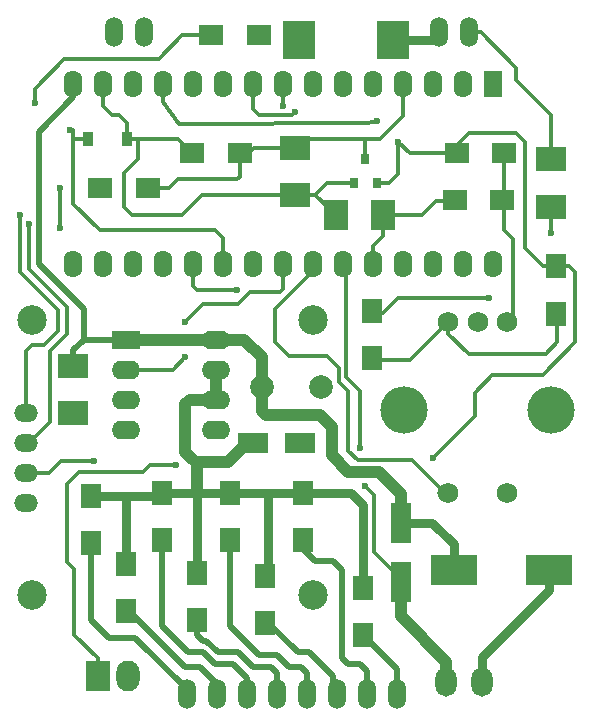
<source format=gbr>
G04 #@! TF.FileFunction,Copper,L1,Top,Signal*
%FSLAX46Y46*%
G04 Gerber Fmt 4.6, Leading zero omitted, Abs format (unit mm)*
G04 Created by KiCad (PCBNEW 4.0.4-stable) date 01/17/18 19:17:24*
%MOMM*%
%LPD*%
G01*
G04 APERTURE LIST*
%ADD10C,0.100000*%
%ADD11R,1.574800X2.286000*%
%ADD12O,1.574800X2.286000*%
%ADD13O,2.000000X1.524000*%
%ADD14C,2.500000*%
%ADD15C,2.000000*%
%ADD16R,2.400000X1.600000*%
%ADD17O,2.400000X1.600000*%
%ADD18O,1.520000X2.520000*%
%ADD19R,1.700000X2.000000*%
%ADD20R,2.500000X2.000000*%
%ADD21R,1.800000X3.500000*%
%ADD22R,2.000000X2.500000*%
%ADD23R,4.000000X2.500000*%
%ADD24R,0.800000X0.900000*%
%ADD25R,2.000000X2.600000*%
%ADD26O,2.000000X2.600000*%
%ADD27R,2.700000X3.200000*%
%ADD28R,2.000000X1.700000*%
%ADD29C,1.750000*%
%ADD30O,4.000000X4.000000*%
%ADD31R,0.900000X1.200000*%
%ADD32O,1.800000X2.500000*%
%ADD33R,2.500000X1.800000*%
%ADD34C,0.600000*%
%ADD35C,0.500000*%
%ADD36C,0.750000*%
%ADD37C,1.000000*%
%ADD38C,0.350000*%
%ADD39C,0.250000*%
G04 APERTURE END LIST*
D10*
D11*
X112050000Y-76380000D03*
D12*
X109510000Y-76380000D03*
X106970000Y-76380000D03*
X104430000Y-76380000D03*
X101890000Y-76380000D03*
X99350000Y-76380000D03*
X96810000Y-76380000D03*
X94270000Y-76380000D03*
X91730000Y-76380000D03*
X89190000Y-76380000D03*
X86650000Y-76380000D03*
X84110000Y-76380000D03*
X81570000Y-76380000D03*
X79030000Y-76380000D03*
X76490000Y-76380000D03*
X76490000Y-91620000D03*
X79030000Y-91620000D03*
X81570000Y-91620000D03*
X84110000Y-91620000D03*
X86650000Y-91620000D03*
X89190000Y-91620000D03*
X91730000Y-91620000D03*
X94270000Y-91620000D03*
X96810000Y-91620000D03*
X99350000Y-91620000D03*
X101890000Y-91620000D03*
X104430000Y-91620000D03*
X106970000Y-91620000D03*
X109510000Y-91620000D03*
X112050000Y-91620000D03*
D13*
X72500000Y-111810000D03*
X72500000Y-109270000D03*
X72500000Y-106730000D03*
X72500000Y-104190000D03*
D14*
X96800000Y-119650000D03*
X73000000Y-119650000D03*
X73000000Y-96350000D03*
X96800000Y-96350000D03*
D15*
X92450000Y-102000000D03*
X97450000Y-102000000D03*
D16*
X81000000Y-98000000D03*
D17*
X88620000Y-105620000D03*
X81000000Y-100540000D03*
X88620000Y-103080000D03*
X81000000Y-103080000D03*
X88620000Y-100540000D03*
X81000000Y-105620000D03*
X88620000Y-98000000D03*
D18*
X80000000Y-72000000D03*
X82540000Y-72000000D03*
X110000000Y-72000000D03*
X107460000Y-72000000D03*
D19*
X78000000Y-115250000D03*
X78000000Y-111250000D03*
X81000000Y-121000000D03*
X81000000Y-117000000D03*
X84000000Y-115000000D03*
X84000000Y-111000000D03*
X87000000Y-121750000D03*
X87000000Y-117750000D03*
X89750000Y-115000000D03*
X89750000Y-111000000D03*
X92750000Y-122000000D03*
X92750000Y-118000000D03*
X96000000Y-115000000D03*
X96000000Y-111000000D03*
X101000000Y-123000000D03*
X101000000Y-119000000D03*
D18*
X86100000Y-128000000D03*
X88640000Y-128000000D03*
X91180000Y-128000000D03*
X93720000Y-128000000D03*
X96260000Y-128000000D03*
X98800000Y-128000000D03*
X101340000Y-128000000D03*
X103880000Y-128000000D03*
D20*
X76500000Y-100250000D03*
X76500000Y-104250000D03*
D21*
X104250000Y-113500000D03*
X104250000Y-118500000D03*
D20*
X117000000Y-86750000D03*
X117000000Y-82750000D03*
D22*
X102750000Y-87500000D03*
X98750000Y-87500000D03*
D23*
X108750000Y-117500000D03*
X116750000Y-117500000D03*
D20*
X95250000Y-85750000D03*
X95250000Y-81750000D03*
D24*
X100300000Y-84750000D03*
X102200000Y-84750000D03*
X101250000Y-82750000D03*
D25*
X78600000Y-126500000D03*
D26*
X81140000Y-126500000D03*
D27*
X103550000Y-72600000D03*
X95650000Y-72600000D03*
D28*
X92200000Y-72200000D03*
X88200000Y-72200000D03*
X86600000Y-82200000D03*
X90600000Y-82200000D03*
X82800000Y-85200000D03*
X78800000Y-85200000D03*
X109000000Y-82200000D03*
X113000000Y-82200000D03*
X108800000Y-86200000D03*
X112800000Y-86200000D03*
D19*
X101800000Y-95600000D03*
X101800000Y-99600000D03*
X117400000Y-95800000D03*
X117400000Y-91800000D03*
D29*
X113250000Y-96500000D03*
X108250000Y-96500000D03*
X110750000Y-96500000D03*
X108250000Y-111000000D03*
X113250000Y-111000000D03*
D30*
X104550000Y-104000000D03*
X116950000Y-104000000D03*
D31*
X77750000Y-81000000D03*
X81050000Y-81000000D03*
D32*
X111100000Y-127000000D03*
X108100000Y-127000000D03*
D33*
X91700000Y-106750000D03*
X95700000Y-106750000D03*
D34*
X95700000Y-106750000D03*
X96600000Y-106800000D03*
X95000000Y-73600000D03*
X96000000Y-73600000D03*
X96000000Y-72600000D03*
X95000000Y-72600000D03*
X77250000Y-104250000D03*
X75750000Y-104250000D03*
X78800000Y-85200000D03*
X75400000Y-85200000D03*
X75400000Y-88600000D03*
X101200000Y-110400000D03*
X85200000Y-108600000D03*
X100800000Y-107200000D03*
X104000000Y-81250000D03*
X102250000Y-79500000D03*
X78250000Y-108250000D03*
X107000000Y-108000000D03*
X86000000Y-96500000D03*
X86000000Y-99500000D03*
X73250000Y-78000000D03*
X76250000Y-80250000D03*
X103750000Y-72600000D03*
X92400000Y-72200000D03*
X72750000Y-88250000D03*
X95250000Y-78750000D03*
X94250000Y-78250000D03*
X72000000Y-87500000D03*
X101800000Y-95400000D03*
X90400000Y-93800000D03*
X111750000Y-94500000D03*
X117000000Y-89000000D03*
D35*
X77400000Y-98000000D02*
X77400000Y-95400000D01*
X73600000Y-80400000D02*
X76490000Y-77510000D01*
X73600000Y-91600000D02*
X73600000Y-80400000D01*
X77400000Y-95400000D02*
X73600000Y-91600000D01*
X76490000Y-77510000D02*
X76490000Y-76380000D01*
X81000000Y-98000000D02*
X77400000Y-98000000D01*
X76500000Y-98900000D02*
X76500000Y-100250000D01*
X77400000Y-98000000D02*
X76500000Y-98900000D01*
D36*
X108750000Y-117500000D02*
X108750000Y-115350000D01*
X106900000Y-113500000D02*
X104250000Y-113500000D01*
X108750000Y-115350000D02*
X106900000Y-113500000D01*
D37*
X104250000Y-113500000D02*
X104250000Y-111050000D01*
X92450000Y-104050000D02*
X92450000Y-102000000D01*
X92800000Y-104400000D02*
X92450000Y-104050000D01*
X97400000Y-104400000D02*
X92800000Y-104400000D01*
X98400000Y-105400000D02*
X97400000Y-104400000D01*
X98400000Y-107800000D02*
X98400000Y-105400000D01*
X99800000Y-109200000D02*
X98400000Y-107800000D01*
X102400000Y-109200000D02*
X99800000Y-109200000D01*
X104250000Y-111050000D02*
X102400000Y-109200000D01*
X88620000Y-98000000D02*
X91000000Y-98000000D01*
X91000000Y-98000000D02*
X92450000Y-99450000D01*
X92450000Y-99450000D02*
X92450000Y-102000000D01*
D35*
X76490000Y-76380000D02*
X76490000Y-77010000D01*
D37*
X104500000Y-113250000D02*
X104250000Y-113500000D01*
X88620000Y-98000000D02*
X81000000Y-98000000D01*
D36*
X116750000Y-117500000D02*
X116750000Y-119250000D01*
X111100000Y-124900000D02*
X111100000Y-126600000D01*
X116750000Y-119250000D02*
X111100000Y-124900000D01*
D38*
X96550000Y-106750000D02*
X95700000Y-106750000D01*
X96600000Y-106800000D02*
X96550000Y-106750000D01*
X81050000Y-81000000D02*
X82000000Y-81000000D01*
X79030000Y-76380000D02*
X79030000Y-78230000D01*
X81050000Y-79650000D02*
X81050000Y-81000000D01*
X80400000Y-79000000D02*
X81050000Y-79650000D01*
X79800000Y-79000000D02*
X80400000Y-79000000D01*
X79030000Y-78230000D02*
X79800000Y-79000000D01*
X95250000Y-85750000D02*
X87450000Y-85750000D01*
X87450000Y-85750000D02*
X85700000Y-87500000D01*
X85700000Y-87500000D02*
X81500000Y-87500000D01*
X81500000Y-87500000D02*
X80800000Y-86800000D01*
X80800000Y-86800000D02*
X80800000Y-83900000D01*
X80800000Y-83900000D02*
X82000000Y-82700000D01*
X82000000Y-82700000D02*
X82000000Y-81000000D01*
X82000000Y-81000000D02*
X85400000Y-81000000D01*
X85400000Y-81000000D02*
X86600000Y-82200000D01*
D39*
X95000000Y-73600000D02*
X95950000Y-72600000D01*
X95950000Y-72600000D02*
X96000000Y-72600000D01*
X96000000Y-73600000D02*
X96050000Y-73550000D01*
X95000000Y-72600000D02*
X96000000Y-72600000D01*
D38*
X84000000Y-91510000D02*
X84110000Y-91620000D01*
X97000000Y-85750000D02*
X97500000Y-85250000D01*
X98000000Y-84750000D02*
X100300000Y-84750000D01*
X97500000Y-85250000D02*
X98000000Y-84750000D01*
X95250000Y-85750000D02*
X97000000Y-85750000D01*
X97000000Y-85750000D02*
X98750000Y-87500000D01*
X117000000Y-82750000D02*
X117000000Y-79000000D01*
X111000000Y-72000000D02*
X110000000Y-72000000D01*
X114000000Y-75000000D02*
X111000000Y-72000000D01*
X114000000Y-76000000D02*
X114000000Y-75000000D01*
X117000000Y-79000000D02*
X114000000Y-76000000D01*
D37*
X77250000Y-104250000D02*
X77200000Y-104200000D01*
X77200000Y-104200000D02*
X77050000Y-104200000D01*
D38*
X81000000Y-105620000D02*
X80880000Y-105620000D01*
X104250000Y-118500000D02*
X104250000Y-118250000D01*
X104250000Y-118250000D02*
X102000000Y-116000000D01*
X75400000Y-88600000D02*
X75400000Y-85200000D01*
X102000000Y-111200000D02*
X101200000Y-110400000D01*
X102000000Y-116000000D02*
X102000000Y-111200000D01*
D37*
X108100000Y-126600000D02*
X108100000Y-125300000D01*
X104250000Y-121450000D02*
X104250000Y-118500000D01*
X108100000Y-125300000D02*
X104250000Y-121450000D01*
D38*
X102750000Y-87500000D02*
X106000000Y-87500000D01*
X106000000Y-87500000D02*
X107250000Y-86250000D01*
X102750000Y-87500000D02*
X102750000Y-89250000D01*
X101890000Y-90110000D02*
X101890000Y-91620000D01*
X102750000Y-89250000D02*
X101890000Y-90110000D01*
X107250000Y-86250000D02*
X109000000Y-86250000D01*
X100800000Y-102400000D02*
X99600000Y-101200000D01*
X78600000Y-126000000D02*
X78600000Y-125000000D01*
X78600000Y-125000000D02*
X76600000Y-123000000D01*
X76600000Y-123000000D02*
X76600000Y-117400000D01*
X76600000Y-117400000D02*
X76000000Y-116800000D01*
X76000000Y-116800000D02*
X76000000Y-110200000D01*
X76000000Y-110200000D02*
X77000000Y-109200000D01*
X77000000Y-109200000D02*
X82400000Y-109200000D01*
X82400000Y-109200000D02*
X83000000Y-108600000D01*
X83000000Y-108600000D02*
X85200000Y-108600000D01*
X100800000Y-107200000D02*
X100800000Y-102400000D01*
X99600000Y-101200000D02*
X99600000Y-91870000D01*
X99600000Y-91870000D02*
X99350000Y-91620000D01*
X108250000Y-111000000D02*
X108000000Y-111000000D01*
X108000000Y-111000000D02*
X105200000Y-108200000D01*
X93600000Y-95400000D02*
X96810000Y-92190000D01*
X93600000Y-98200000D02*
X93600000Y-95400000D01*
X94800000Y-99400000D02*
X93600000Y-98200000D01*
X98000000Y-99400000D02*
X94800000Y-99400000D01*
X99000000Y-100400000D02*
X98000000Y-99400000D01*
X99000000Y-101600000D02*
X99000000Y-100400000D01*
X99800000Y-102400000D02*
X99000000Y-101600000D01*
X99800000Y-107400000D02*
X99800000Y-102400000D01*
X100600000Y-108200000D02*
X99800000Y-107400000D01*
X105200000Y-108200000D02*
X100600000Y-108200000D01*
X96810000Y-92190000D02*
X96810000Y-91620000D01*
X96810000Y-91620000D02*
X96810000Y-92190000D01*
X107500000Y-111000000D02*
X108250000Y-111000000D01*
X109000000Y-82250000D02*
X109000000Y-81500000D01*
X109000000Y-81500000D02*
X110000000Y-80500000D01*
X110000000Y-80500000D02*
X114000000Y-80500000D01*
X109000000Y-82250000D02*
X105000000Y-82250000D01*
X105000000Y-82250000D02*
X104000000Y-81250000D01*
X104000000Y-84000000D02*
X104000000Y-81250000D01*
X114000000Y-80500000D02*
X114750000Y-81250000D01*
X103250000Y-84750000D02*
X104000000Y-84000000D01*
X114750000Y-81250000D02*
X114750000Y-90250000D01*
X114750000Y-90250000D02*
X116250000Y-91750000D01*
X102250000Y-79500000D02*
X101500559Y-79706757D01*
X101500559Y-79706757D02*
X85500000Y-79750000D01*
X85500000Y-79750000D02*
X84110000Y-77860000D01*
X84110000Y-77860000D02*
X84110000Y-76380000D01*
X84110000Y-76380000D02*
X84110000Y-75610000D01*
X117500000Y-91750000D02*
X118500000Y-91750000D01*
X74480000Y-109270000D02*
X72500000Y-109270000D01*
X75500000Y-108250000D02*
X74480000Y-109270000D01*
X78250000Y-108250000D02*
X75500000Y-108250000D01*
X110500000Y-104500000D02*
X107000000Y-108000000D01*
X110500000Y-102500000D02*
X110500000Y-104500000D01*
X112000000Y-101000000D02*
X110500000Y-102500000D01*
X116250000Y-101000000D02*
X112000000Y-101000000D01*
X119000000Y-98250000D02*
X116250000Y-101000000D01*
X119000000Y-92250000D02*
X119000000Y-98250000D01*
X118500000Y-91750000D02*
X119000000Y-92250000D01*
X116250000Y-91750000D02*
X117500000Y-91750000D01*
X102200000Y-84750000D02*
X103250000Y-84750000D01*
D35*
X78000000Y-115250000D02*
X78000000Y-121750000D01*
X81750000Y-123250000D02*
X86100000Y-127600000D01*
X79500000Y-123250000D02*
X81750000Y-123250000D01*
X78000000Y-121750000D02*
X79500000Y-123250000D01*
X86100000Y-127600000D02*
X86100000Y-128000000D01*
X86100000Y-128000000D02*
X86100000Y-127600000D01*
X81000000Y-121000000D02*
X81250000Y-121000000D01*
X81250000Y-121000000D02*
X86000000Y-125750000D01*
X86000000Y-125750000D02*
X87250000Y-125750000D01*
X87250000Y-125750000D02*
X88640000Y-127140000D01*
X88640000Y-127140000D02*
X88640000Y-128000000D01*
X88640000Y-127140000D02*
X88640000Y-128000000D01*
X84000000Y-115000000D02*
X84000000Y-122250000D01*
X91180000Y-126680000D02*
X91180000Y-128000000D01*
X90000000Y-125500000D02*
X91180000Y-126680000D01*
X88500000Y-125500000D02*
X90000000Y-125500000D01*
X87500000Y-124500000D02*
X88500000Y-125500000D01*
X86250000Y-124500000D02*
X87500000Y-124500000D01*
X84000000Y-122250000D02*
X86250000Y-124500000D01*
X91180000Y-128000000D02*
X91180000Y-127180000D01*
X87000000Y-121750000D02*
X87000000Y-123000000D01*
X93720000Y-126220000D02*
X93720000Y-128000000D01*
X93250000Y-125750000D02*
X93720000Y-126220000D01*
X91750000Y-125750000D02*
X93250000Y-125750000D01*
X90500000Y-124500000D02*
X91750000Y-125750000D01*
X88750000Y-124500000D02*
X90500000Y-124500000D01*
X87750000Y-123500000D02*
X88750000Y-124500000D01*
X87500000Y-123500000D02*
X87750000Y-123500000D01*
X87000000Y-123000000D02*
X87500000Y-123500000D01*
X89750000Y-115000000D02*
X89750000Y-122250000D01*
X96260000Y-126249952D02*
X96260000Y-128000000D01*
X95760048Y-125750000D02*
X96260000Y-126249952D01*
X94750000Y-125750000D02*
X95760048Y-125750000D01*
X93750000Y-124750000D02*
X94750000Y-125750000D01*
X92250000Y-124750000D02*
X93750000Y-124750000D01*
X89750000Y-122250000D02*
X92250000Y-124750000D01*
X96260000Y-128000000D02*
X96260000Y-127260000D01*
X92750000Y-122000000D02*
X93000000Y-122000000D01*
X93000000Y-122000000D02*
X95500000Y-124500000D01*
X95500000Y-124500000D02*
X96500000Y-124500000D01*
X96500000Y-124500000D02*
X97750000Y-125750000D01*
X97750000Y-125750000D02*
X98500000Y-126500000D01*
X98500000Y-126500000D02*
X98500000Y-127700000D01*
X98500000Y-127700000D02*
X98800000Y-128000000D01*
X98800000Y-127800000D02*
X98800000Y-128000000D01*
X96000000Y-115000000D02*
X96000000Y-115750000D01*
X96000000Y-115750000D02*
X97000000Y-116750000D01*
X97000000Y-116750000D02*
X98500000Y-116750000D01*
X98500000Y-116750000D02*
X99250000Y-117500000D01*
X99250000Y-117500000D02*
X99250000Y-125000000D01*
X99250000Y-125000000D02*
X99750000Y-125500000D01*
X99750000Y-125500000D02*
X100750000Y-125500000D01*
X100750000Y-125500000D02*
X101340000Y-126090000D01*
X101340000Y-126090000D02*
X101340000Y-128000000D01*
X101340000Y-128000000D02*
X101340000Y-126840000D01*
X103880000Y-128000000D02*
X103880000Y-125880000D01*
X103880000Y-125880000D02*
X101000000Y-123000000D01*
D38*
X81000000Y-100540000D02*
X84960000Y-100540000D01*
X94270000Y-93730000D02*
X94270000Y-91620000D01*
X94000000Y-94000000D02*
X94270000Y-93730000D01*
X91500000Y-94000000D02*
X94000000Y-94000000D01*
X90500000Y-95000000D02*
X91500000Y-94000000D01*
X87500000Y-95000000D02*
X90500000Y-95000000D01*
X86000000Y-96500000D02*
X87500000Y-95000000D01*
X84960000Y-100540000D02*
X86000000Y-99500000D01*
D37*
X91700000Y-106750000D02*
X91250000Y-106750000D01*
X91250000Y-106750000D02*
X89600000Y-108400000D01*
X89600000Y-108400000D02*
X86900000Y-108400000D01*
D36*
X93000000Y-111000000D02*
X93000000Y-117750000D01*
X93000000Y-117750000D02*
X92750000Y-118000000D01*
X89750000Y-111000000D02*
X93000000Y-111000000D01*
X93000000Y-111000000D02*
X96000000Y-111000000D01*
X87000000Y-117750000D02*
X87000000Y-111000000D01*
D37*
X86500000Y-108000000D02*
X86900000Y-108400000D01*
X86900000Y-108400000D02*
X87000000Y-108500000D01*
X87000000Y-108500000D02*
X87000000Y-111000000D01*
D36*
X96000000Y-111000000D02*
X100000000Y-111000000D01*
X100000000Y-111000000D02*
X101000000Y-112000000D01*
X101000000Y-112000000D02*
X101000000Y-119000000D01*
X87000000Y-111000000D02*
X87000000Y-111250000D01*
X87000000Y-111250000D02*
X87000000Y-111000000D01*
X81000000Y-117000000D02*
X81000000Y-111250000D01*
X89750000Y-111000000D02*
X87000000Y-111000000D01*
X87000000Y-111000000D02*
X84000000Y-111000000D01*
X84000000Y-111000000D02*
X83750000Y-111250000D01*
X83750000Y-111250000D02*
X81000000Y-111250000D01*
X81000000Y-111250000D02*
X78000000Y-111250000D01*
X78250000Y-111000000D02*
X78000000Y-111250000D01*
D37*
X88620000Y-103080000D02*
X86420000Y-103080000D01*
X86500000Y-108000000D02*
X86500000Y-108000000D01*
X86000000Y-107500000D02*
X86500000Y-108000000D01*
X86000000Y-103500000D02*
X86000000Y-107500000D01*
X86420000Y-103080000D02*
X86000000Y-103500000D01*
X88620000Y-100540000D02*
X88620000Y-103080000D01*
X88620000Y-103080000D02*
X88540000Y-103000000D01*
D38*
X77750000Y-81000000D02*
X76500000Y-81000000D01*
X76500000Y-81000000D02*
X76600000Y-81000000D01*
X76600000Y-81000000D02*
X76500000Y-81000000D01*
X88250000Y-72250000D02*
X85750000Y-72250000D01*
X85750000Y-72250000D02*
X83750000Y-74250000D01*
X83750000Y-74250000D02*
X75750000Y-74250000D01*
X75750000Y-74250000D02*
X73250000Y-76750000D01*
X73250000Y-76750000D02*
X73250000Y-78000000D01*
X76500000Y-80250000D02*
X76500000Y-81000000D01*
X76500000Y-81000000D02*
X76500000Y-86500000D01*
X89190000Y-89440000D02*
X89190000Y-91620000D01*
X88500000Y-88750000D02*
X89190000Y-89440000D01*
X78750000Y-88750000D02*
X88500000Y-88750000D01*
X76500000Y-86500000D02*
X78750000Y-88750000D01*
X76250000Y-80250000D02*
X76500000Y-80250000D01*
D36*
X106860000Y-72600000D02*
X103750000Y-72600000D01*
D38*
X92400000Y-72200000D02*
X92350000Y-72250000D01*
X92350000Y-72250000D02*
X92250000Y-72250000D01*
X92600000Y-72600000D02*
X92250000Y-72250000D01*
X92250000Y-72250000D02*
X92500000Y-72250000D01*
D36*
X106860000Y-72600000D02*
X107460000Y-72000000D01*
D38*
X107210000Y-72250000D02*
X107460000Y-72000000D01*
X72500000Y-106730000D02*
X72770000Y-106730000D01*
X72770000Y-106730000D02*
X74500000Y-105000000D01*
X74500000Y-105000000D02*
X74500000Y-99000000D01*
X74500000Y-99000000D02*
X76000000Y-97500000D01*
X76000000Y-97500000D02*
X76000000Y-95250000D01*
X76000000Y-95250000D02*
X72750000Y-92000000D01*
X72750000Y-92000000D02*
X72750000Y-88250000D01*
X95250000Y-78750000D02*
X95000000Y-79000000D01*
X95000000Y-79000000D02*
X92250000Y-79000000D01*
X92250000Y-79000000D02*
X91730000Y-78480000D01*
X91730000Y-78480000D02*
X91730000Y-76380000D01*
X72500000Y-104190000D02*
X72500000Y-99000000D01*
X94270000Y-78230000D02*
X94270000Y-76380000D01*
X94250000Y-78250000D02*
X94270000Y-78230000D01*
X72000000Y-92250000D02*
X72000000Y-87500000D01*
X75250000Y-95500000D02*
X72000000Y-92250000D01*
X75250000Y-97250000D02*
X75250000Y-95500000D01*
X74000000Y-98500000D02*
X75250000Y-97250000D01*
X73000000Y-98500000D02*
X74000000Y-98500000D01*
X72500000Y-99000000D02*
X73000000Y-98500000D01*
X112000000Y-91670000D02*
X112050000Y-91620000D01*
X113750000Y-89500000D02*
X113750000Y-96000000D01*
X113750000Y-96000000D02*
X113250000Y-96500000D01*
X113000000Y-88750000D02*
X113750000Y-89500000D01*
X113000000Y-86250000D02*
X113000000Y-82250000D01*
X113000000Y-86250000D02*
X113000000Y-88750000D01*
X110000000Y-99250000D02*
X108250000Y-97500000D01*
X116500000Y-99250000D02*
X110000000Y-99250000D01*
X108250000Y-97500000D02*
X108250000Y-96500000D01*
X117500000Y-98250000D02*
X116500000Y-99250000D01*
X105000000Y-99750000D02*
X108250000Y-96500000D01*
X101750000Y-99750000D02*
X105000000Y-99750000D01*
X117500000Y-95750000D02*
X117500000Y-98250000D01*
X90600000Y-82200000D02*
X91400000Y-82200000D01*
X91400000Y-82200000D02*
X91850000Y-81750000D01*
X91850000Y-81750000D02*
X95250000Y-81750000D01*
X90600000Y-82200000D02*
X90600000Y-84200000D01*
X84600000Y-85200000D02*
X82800000Y-85200000D01*
X85400000Y-84400000D02*
X84600000Y-85200000D01*
X90400000Y-84400000D02*
X85400000Y-84400000D01*
X90600000Y-84200000D02*
X90400000Y-84400000D01*
X101250000Y-82750000D02*
X101250000Y-81000000D01*
X95250000Y-81000000D02*
X101250000Y-81000000D01*
X101250000Y-81000000D02*
X102500000Y-81000000D01*
X104430000Y-79070000D02*
X104430000Y-76380000D01*
X102500000Y-81000000D02*
X104430000Y-79070000D01*
X104430000Y-76380000D02*
X104430000Y-75570000D01*
X101800000Y-95400000D02*
X101750000Y-95450000D01*
X87000000Y-93800000D02*
X90400000Y-93800000D01*
X101750000Y-95450000D02*
X101750000Y-95750000D01*
X102750000Y-95750000D02*
X101750000Y-95750000D01*
X104000000Y-94500000D02*
X102750000Y-95750000D01*
X111750000Y-94500000D02*
X104000000Y-94500000D01*
X101750000Y-95750000D02*
X101250000Y-95750000D01*
X86650000Y-93450000D02*
X87000000Y-93800000D01*
X86650000Y-91620000D02*
X86650000Y-93450000D01*
X117000000Y-86750000D02*
X117000000Y-89000000D01*
M02*

</source>
